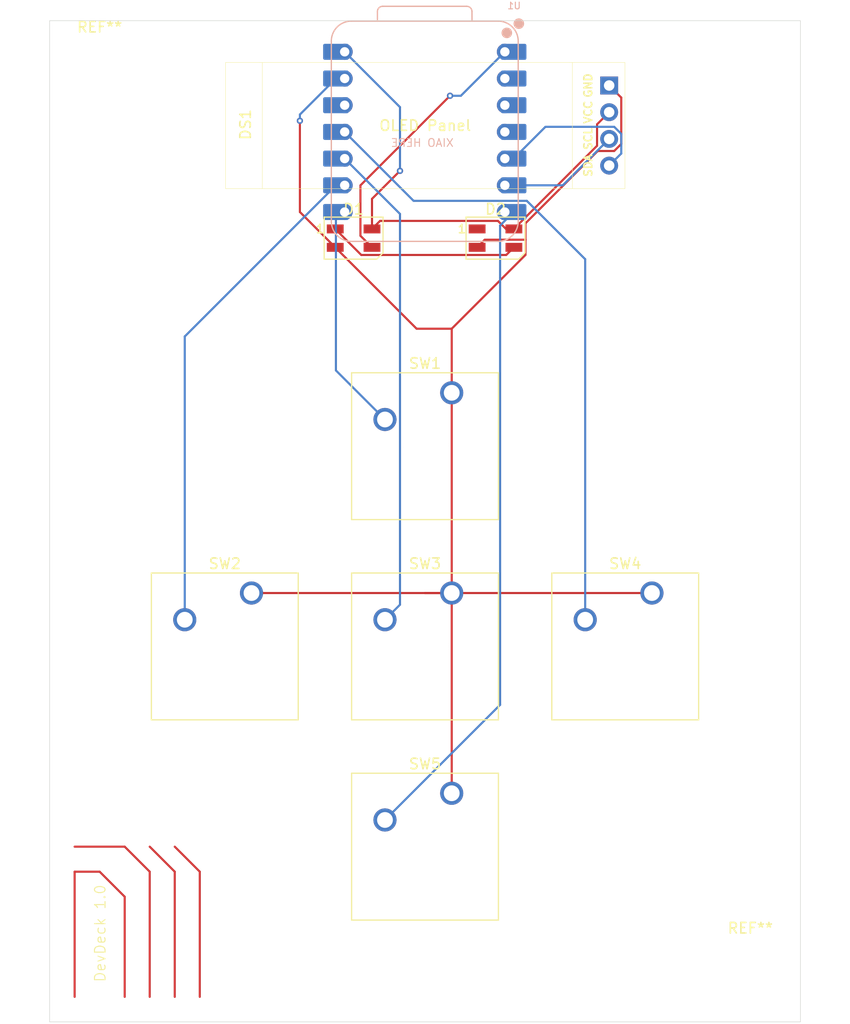
<source format=kicad_pcb>
(kicad_pcb (version 20241229) (generator "pcbnew") (generator_version "9.0")
  (layers (0 "F.Cu" signal) (2 "B.Cu" signal) (13 "F.Paste" user) (15 "B.Paste" user) (5 "F.SilkS" user "F.Silkscreen") (7 "B.SilkS" user "B.Silkscreen") (1 "F.Mask" user) (3 "B.Mask" user) (25 "Edge.Cuts" user))
  (net 0 "")
  (net 1 "GND")
  (net 2 "+5V")
  (net 3 "Net-(D1-DOUT)")
  (net 4 "Net-(D1-DIN)")
  (net 6 "Net-(DS1-DOUT)")
  (net 7 "Net-(DS1-VDD)")
  (net 8 "Net-(U1-GPIO1{slash}RX)")
  (net 9 "Net-(U1-GPIO2{slash}SCK)")
  (net 10 "Net-(U1-GPIO4{slash}MISO)")
  (net 11 "Net-(U1-GPIO3{slash}MOSI)")
  (net 12 "Net-(U1-GPIO0{slash}TX)")
  (footprint "DISPLAY!!!!:SSD1306-0.91-OLED-4pin-128x32" (layer "F.Cu") (at 64.365 75.415)
    (property "Reference" "DS1" (at 1.9 5.91 90) (layer "F.SilkS"))
    (property "Value" "SSD1306")
    (fp_line (start 0 0) (end 0 12) (stroke (width 0.04)) (layer "F.SilkS"))
    (fp_line (start 0 12) (end 38 12) (stroke (width 0.04)) (layer "F.SilkS"))
    (fp_line (start 3.5 0) (end 3.5 12) (stroke (width 0.04)) (layer "F.SilkS"))
    (fp_line (start 33 0) (end 33 12) (stroke (width 0.04)) (layer "F.SilkS"))
    (fp_line (start 38 0) (end 0 0) (stroke (width 0.04)) (layer "F.SilkS"))
    (fp_line (start 38 12) (end 38 0) (stroke (width 0.04)) (layer "F.SilkS"))
    (fp_text user "SCL" (at 34.5 7.27 270) (layer "F.SilkS") (effects (font (size 0.75 0.75))))
    (fp_text user "VCC" (at 34.5 4.73 270) (layer "F.SilkS") (effects (font (size 0.75 0.75))))
    (fp_text user "GND" (at 34.5 2.19 270) (layer "F.SilkS") (effects (font (size 0.75 0.75))))
    (fp_text user "SDA" (at 34.5 9.81 270) (layer "F.SilkS") (effects (font (size 0.75 0.75))))
    (fp_text user "OLED Panel" (at 19 6 0) (layer "F.SilkS"))
    (pad "1" thru_hole rect (at 36.5 2.19) (size 1.7 1.7) (drill 1) (layers "*.Cu" "*.Mask") (net 1 "GND"))
    (pad "2" thru_hole oval (at 36.5 4.73) (size 1.7 1.7) (drill 1) (layers "*.Cu" "*.Mask") (net 2 "+5V"))
    (pad "3" thru_hole oval (at 36.5 7.27) (size 1.7 1.7) (drill 1) (layers "*.Cu" "*.Mask") (net 7 "Net-(DS1-VDD)"))
    (pad "4" thru_hole oval (at 36.5 9.81) (size 1.7 1.7) (drill 1) (layers "*.Cu" "*.Mask") (net 6 "Net-(DS1-DOUT)"))
  )
  (footprint "Button_Switch_Keyboard:SW_Cherry_MX_1.00u_PCB" (layer "F.Cu") (at 85.88375 125.88875)
    (property "Reference" "SW3" (at -2.54 -2.794 0) (layer "F.SilkS"))
    (property "Value" "SW_Push")
    (fp_line (start -9.525 -1.905) (end 4.445 -1.905) (stroke (width 0.12)) (layer "F.SilkS"))
    (fp_line (start -9.525 12.065) (end -9.525 -1.905) (stroke (width 0.12)) (layer "F.SilkS"))
    (fp_line (start 4.445 -1.905) (end 4.445 12.065) (stroke (width 0.12)) (layer "F.SilkS"))
    (fp_line (start 4.445 12.065) (end -9.525 12.065) (stroke (width 0.12)) (layer "F.SilkS"))
    (pad "" np_thru_hole circle (at -7.62 5.08) (size 1.7 1.7) (drill 1.7) (layers "*.Cu" "*.Mask"))
    (pad "" np_thru_hole circle (at -2.54 5.08) (size 4 4) (drill 4) (layers "*.Cu" "*.Mask"))
    (pad "" np_thru_hole circle (at 2.54 5.08) (size 1.7 1.7) (drill 1.7) (layers "*.Cu" "*.Mask"))
    (pad "1" thru_hole circle (at 0 0) (size 2.2 2.2) (drill 1.5) (layers "*.Cu" "*.Mask") (net 1 "GND"))
    (pad "2" thru_hole circle (at -6.35 2.54) (size 2.2 2.2) (drill 1.5) (layers "*.Cu" "*.Mask") (net 10 "Net-(U1-GPIO4{slash}MISO)"))
  )
  (footprint "LED_SMD:LED_SK6812MINI_PLCC4_3.5x3.5mm_P1.75mm" (layer "F.Cu") (at 90.05 92.125)
    (property "Reference" "D2" (at 0 -2.75 0) (layer "F.SilkS"))
    (property "Value" "SK6812MINI")
    (fp_line (start -2.8 -2) (end -2.8 2) (stroke (width 0.12)) (layer "F.SilkS"))
    (fp_line (start -2.8 -2) (end 2.8 -2) (stroke (width 0.12)) (layer "F.SilkS"))
    (fp_line (start -2.8 2) (end 2.2 2) (stroke (width 0.12)) (layer "F.SilkS"))
    (fp_line (start 2.8 1.4) (end 2.2 2) (stroke (width 0.12)) (layer "F.SilkS"))
    (fp_line (start 2.8 1.4) (end 2.8 -2) (stroke (width 0.12)) (layer "F.SilkS"))
    (fp_text user "1" (at -3.2 -0.875 0) (layer "F.SilkS") (effects (font (size 0.8 0.8))))
    (pad "1" smd rect (at -1.75 -0.875) (size 1.6 0.85) (layers "F.Cu" "F.Mask" "F.Paste"))
    (pad "2" smd rect (at -1.75 0.875) (size 1.6 0.85) (layers "F.Cu" "F.Mask" "F.Paste") (net 1 "GND"))
    (pad "3" smd rect (at 1.75 0.875) (size 1.6 0.85) (layers "F.Cu" "F.Mask" "F.Paste") (net 3 "Net-(D1-DOUT)"))
    (pad "4" smd rect (at 1.75 -0.875) (size 1.6 0.85) (layers "F.Cu" "F.Mask" "F.Paste") (net 2 "+5V"))
  )
  (footprint "Button_Switch_Keyboard:SW_Cherry_MX_1.00u_PCB" (layer "F.Cu") (at 85.88375 106.83875)
    (property "Reference" "SW1" (at -2.54 -2.794 0) (layer "F.SilkS"))
    (property "Value" "SW_Push")
    (fp_line (start -9.525 -1.905) (end 4.445 -1.905) (stroke (width 0.12)) (layer "F.SilkS"))
    (fp_line (start -9.525 12.065) (end -9.525 -1.905) (stroke (width 0.12)) (layer "F.SilkS"))
    (fp_line (start 4.445 -1.905) (end 4.445 12.065) (stroke (width 0.12)) (layer "F.SilkS"))
    (fp_line (start 4.445 12.065) (end -9.525 12.065) (stroke (width 0.12)) (layer "F.SilkS"))
    (pad "" np_thru_hole circle (at -7.62 5.08) (size 1.7 1.7) (drill 1.7) (layers "*.Cu" "*.Mask"))
    (pad "" np_thru_hole circle (at -2.54 5.08) (size 4 4) (drill 4) (layers "*.Cu" "*.Mask"))
    (pad "" np_thru_hole circle (at 2.54 5.08) (size 1.7 1.7) (drill 1.7) (layers "*.Cu" "*.Mask"))
    (pad "1" thru_hole circle (at 0 0) (size 2.2 2.2) (drill 1.5) (layers "*.Cu" "*.Mask") (net 1 "GND"))
    (pad "2" thru_hole circle (at -6.35 2.54) (size 2.2 2.2) (drill 1.5) (layers "*.Cu" "*.Mask") (net 8 "Net-(U1-GPIO1{slash}RX)"))
  )
  (footprint "Button_Switch_Keyboard:SW_Cherry_MX_1.00u_PCB" (layer "F.Cu") (at 104.93375 125.88875)
    (property "Reference" "SW4" (at -2.54 -2.794 0) (layer "F.SilkS"))
    (property "Value" "SW_Push")
    (fp_line (start -9.525 -1.905) (end 4.445 -1.905) (stroke (width 0.12)) (layer "F.SilkS"))
    (fp_line (start -9.525 12.065) (end -9.525 -1.905) (stroke (width 0.12)) (layer "F.SilkS"))
    (fp_line (start 4.445 -1.905) (end 4.445 12.065) (stroke (width 0.12)) (layer "F.SilkS"))
    (fp_line (start 4.445 12.065) (end -9.525 12.065) (stroke (width 0.12)) (layer "F.SilkS"))
    (pad "" np_thru_hole circle (at -7.62 5.08) (size 1.7 1.7) (drill 1.7) (layers "*.Cu" "*.Mask"))
    (pad "" np_thru_hole circle (at -2.54 5.08) (size 4 4) (drill 4) (layers "*.Cu" "*.Mask"))
    (pad "" np_thru_hole circle (at 2.54 5.08) (size 1.7 1.7) (drill 1.7) (layers "*.Cu" "*.Mask"))
    (pad "1" thru_hole circle (at 0 0) (size 2.2 2.2) (drill 1.5) (layers "*.Cu" "*.Mask") (net 1 "GND"))
    (pad "2" thru_hole circle (at -6.35 2.54) (size 2.2 2.2) (drill 1.5) (layers "*.Cu" "*.Mask") (net 11 "Net-(U1-GPIO3{slash}MOSI)"))
  )
  (footprint "MountingHole:MountingHole_3.2mm_M3" (layer "F.Cu") (at 114.3 161.925)
    (property "Reference" "REF**" (at 0 -4.15 0) (layer "F.SilkS"))
    (property "Value" "MountingHole_3.2mm_M3")
    (pad "" np_thru_hole circle (at 0 0) (size 3.2 3.2) (drill 3.2) (layers "*.Cu" "*.Mask"))
  )
  (footprint "Button_Switch_Keyboard:SW_Cherry_MX_1.00u_PCB" (layer "F.Cu") (at 85.88375 144.93875)
    (property "Reference" "SW5" (at -2.54 -2.794 0) (layer "F.SilkS"))
    (property "Value" "SW_Push")
    (fp_line (start -9.525 -1.905) (end 4.445 -1.905) (stroke (width 0.12)) (layer "F.SilkS"))
    (fp_line (start -9.525 12.065) (end -9.525 -1.905) (stroke (width 0.12)) (layer "F.SilkS"))
    (fp_line (start 4.445 -1.905) (end 4.445 12.065) (stroke (width 0.12)) (layer "F.SilkS"))
    (fp_line (start 4.445 12.065) (end -9.525 12.065) (stroke (width 0.12)) (layer "F.SilkS"))
    (pad "" np_thru_hole circle (at -7.62 5.08) (size 1.7 1.7) (drill 1.7) (layers "*.Cu" "*.Mask"))
    (pad "" np_thru_hole circle (at -2.54 5.08) (size 4 4) (drill 4) (layers "*.Cu" "*.Mask"))
    (pad "" np_thru_hole circle (at 2.54 5.08) (size 1.7 1.7) (drill 1.7) (layers "*.Cu" "*.Mask"))
    (pad "1" thru_hole circle (at 0 0) (size 2.2 2.2) (drill 1.5) (layers "*.Cu" "*.Mask") (net 1 "GND"))
    (pad "2" thru_hole circle (at -6.35 2.54) (size 2.2 2.2) (drill 1.5) (layers "*.Cu" "*.Mask") (net 12 "Net-(U1-GPIO0{slash}TX)"))
  )
  (footprint "LED_SMD:LED_SK6812MINI_PLCC4_3.5x3.5mm_P1.75mm" (layer "F.Cu") (at 76.55 92.125)
    (property "Reference" "D1" (at 0 -2.75 0) (layer "F.SilkS"))
    (property "Value" "SK6812MINI")
    (fp_line (start -2.8 -2) (end -2.8 2) (stroke (width 0.12)) (layer "F.SilkS"))
    (fp_line (start -2.8 -2) (end 2.8 -2) (stroke (width 0.12)) (layer "F.SilkS"))
    (fp_line (start -2.8 2) (end 2.2 2) (stroke (width 0.12)) (layer "F.SilkS"))
    (fp_line (start 2.8 1.4) (end 2.2 2) (stroke (width 0.12)) (layer "F.SilkS"))
    (fp_line (start 2.8 1.4) (end 2.8 -2) (stroke (width 0.12)) (layer "F.SilkS"))
    (fp_text user "1" (at -3.2 -0.875 0) (layer "F.SilkS") (effects (font (size 0.8 0.8))))
    (pad "1" smd rect (at -1.75 -0.875) (size 1.6 0.85) (layers "F.Cu" "F.Mask" "F.Paste") (net 3 "Net-(D1-DOUT)"))
    (pad "2" smd rect (at -1.75 0.875) (size 1.6 0.85) (layers "F.Cu" "F.Mask" "F.Paste") (net 1 "GND"))
    (pad "3" smd rect (at 1.75 0.875) (size 1.6 0.85) (layers "F.Cu" "F.Mask" "F.Paste") (net 4 "Net-(D1-DIN)"))
    (pad "4" smd rect (at 1.75 -0.875) (size 1.6 0.85) (layers "F.Cu" "F.Mask" "F.Paste") (net 2 "+5V"))
  )
  (footprint "MountingHole:MountingHole_3.2mm_M3" (layer "F.Cu") (at 52.3875 76.2)
    (property "Reference" "REF**" (at 0 -4.15 0) (layer "F.SilkS"))
    (property "Value" "MountingHole_3.2mm_M3")
    (pad "" np_thru_hole circle (at 0 0) (size 3.2 3.2) (drill 3.2) (layers "*.Cu" "*.Mask"))
  )
  (footprint "Button_Switch_Keyboard:SW_Cherry_MX_1.00u_PCB" (layer "F.Cu") (at 66.83375 125.88875)
    (property "Reference" "SW2" (at -2.54 -2.794 0) (layer "F.SilkS"))
    (property "Value" "SW_Push")
    (fp_line (start -9.525 -1.905) (end 4.445 -1.905) (stroke (width 0.12)) (layer "F.SilkS"))
    (fp_line (start -9.525 12.065) (end -9.525 -1.905) (stroke (width 0.12)) (layer "F.SilkS"))
    (fp_line (start 4.445 -1.905) (end 4.445 12.065) (stroke (width 0.12)) (layer "F.SilkS"))
    (fp_line (start 4.445 12.065) (end -9.525 12.065) (stroke (width 0.12)) (layer "F.SilkS"))
    (pad "" np_thru_hole circle (at -7.62 5.08) (size 1.7 1.7) (drill 1.7) (layers "*.Cu" "*.Mask"))
    (pad "" np_thru_hole circle (at -2.54 5.08) (size 4 4) (drill 4) (layers "*.Cu" "*.Mask"))
    (pad "" np_thru_hole circle (at 2.54 5.08) (size 1.7 1.7) (drill 1.7) (layers "*.Cu" "*.Mask"))
    (pad "1" thru_hole circle (at 0 0) (size 2.2 2.2) (drill 1.5) (layers "*.Cu" "*.Mask") (net 1 "GND"))
    (pad "2" thru_hole circle (at -6.35 2.54) (size 2.2 2.2) (drill 1.5) (layers "*.Cu" "*.Mask") (net 9 "Net-(U1-GPIO2{slash}SCK)"))
  )
  (footprint "OPL:XIAO-RP2040-DIP" (layer "B.Cu") (at 83.32 82.02 180)
    (property "Reference" "U1" (at -8.5 12 0) (layer "B.SilkS") (effects (font (size 0.635 0.635) (thickness 0.1016)) (justify mirror)))
    (property "Value" "XIAO-RP2040-DIP")
    (fp_line (start 8.89 -8.509) (end 8.89 8.636) (stroke (width 0.127)) (layer "B.SilkS"))
    (fp_line (start 6.985 10.541) (end -6.985 10.541) (stroke (width 0.1)) (layer "B.SilkS"))
    (fp_line (start 6.985 10.541) (end -6.985 10.541) (stroke (width 0.127)) (layer "B.SilkS"))
    (fp_line (start 4.504 11.451) (end 4.504 10.541) (stroke (width 0.127)) (layer "B.SilkS"))
    (fp_line (start -3.991272 11.951) (end 4.004 11.951) (stroke (width 0.127)) (layer "B.SilkS"))
    (fp_line (start -4.495 10.541) (end -4.491272 11.451272) (stroke (width 0.127)) (layer "B.SilkS"))
    (fp_line (start -6.985 -10.414) (end 6.985 -10.414) (stroke (width 0.127)) (layer "B.SilkS"))
    (fp_line (start -8.89 -8.509) (end -8.89 8.636) (stroke (width 0.127)) (layer "B.SilkS"))
    (fp_arc (start 8.89 8.636) (mid 8.332038 9.983038) (end 6.985 10.541) (stroke (width 0.127)) (layer "B.SilkS"))
    (fp_arc (start 6.985 -10.414) (mid 8.332038 -9.856038) (end 8.89 -8.509) (stroke (width 0.127)) (layer "B.SilkS"))
    (fp_arc (start 4.504 11.451) (mid 4.357553 11.804553) (end 4.004 11.951) (stroke (width 0.127)) (layer "B.SilkS"))
    (fp_arc (start -3.991272 11.951) (mid -4.344724 11.804644) (end -4.491272 11.451272) (stroke (width 0.127)) (layer "B.SilkS"))
    (fp_arc (start -6.985 10.541) (mid -8.332038 9.983038) (end -8.89 8.636) (stroke (width 0.127)) (layer "B.SilkS"))
    (fp_arc (start -8.89 -8.509) (mid -8.332038 -9.856038) (end -6.985 -10.414) (stroke (width 0.127)) (layer "B.SilkS"))
    (fp_circle (center -7.807 9.42) (end -7.807 9.674) (stroke (width 0.5)) (fill yes) (layer "B.SilkS"))
    (fp_circle (center -8.95 10.3) (end -8.95 10.554) (stroke (width 0.5)) (fill yes) (layer "B.SilkS"))
    (pad "1" smd roundrect (at -8.455 7.62) (size 2.432 1.524) (layers "B.Cu" "B.Mask") (roundrect_rratio 0.1) (net 4 "Net-(D1-DIN)"))
    (pad "1" thru_hole circle (at -7.62 7.62) (size 1.524 1.524) (drill 0.889) (layers "*.Cu" "*.Mask") (net 4 "Net-(D1-DIN)"))
    (pad "2" smd roundrect (at -8.455 5.08) (size 2.432 1.524) (layers "B.Cu" "B.Mask") (roundrect_rratio 0.1))
    (pad "2" thru_hole circle (at -7.62 5.08) (size 1.524 1.524) (drill 0.889) (layers "*.Cu" "*.Mask"))
    (pad "3" smd roundrect (at -8.455 2.54) (size 2.432 1.524) (layers "B.Cu" "B.Mask") (roundrect_rratio 0.1))
    (pad "3" thru_hole circle (at -7.62 2.54) (size 1.524 1.524) (drill 0.889) (layers "*.Cu" "*.Mask"))
    (pad "4" smd roundrect (at -8.455 0) (size 2.432 1.524) (layers "B.Cu" "B.Mask") (roundrect_rratio 0.1))
    (pad "4" thru_hole circle (at -7.62 0) (size 1.524 1.524) (drill 0.889) (layers "*.Cu" "*.Mask"))
    (pad "5" smd roundrect (at -8.455 -2.54) (size 2.432 1.524) (layers "B.Cu" "B.Mask") (roundrect_rratio 0.1) (net 6 "Net-(DS1-DOUT)"))
    (pad "5" thru_hole circle (at -7.62 -2.54) (size 1.524 1.524) (drill 0.889) (layers "*.Cu" "*.Mask") (net 6 "Net-(DS1-DOUT)"))
    (pad "6" smd roundrect (at -8.455 -5.08) (size 2.432 1.524) (layers "B.Cu" "B.Mask") (roundrect_rratio 0.1) (net 7 "Net-(DS1-VDD)"))
    (pad "6" thru_hole circle (at -7.62 -5.08) (size 1.524 1.524) (drill 0.889) (layers "*.Cu" "*.Mask") (net 7 "Net-(DS1-VDD)"))
    (pad "7" smd roundrect (at -8.455 -7.62) (size 2.432 1.524) (layers "B.Cu" "B.Mask") (roundrect_rratio 0.1) (net 12 "Net-(U1-GPIO0{slash}TX)"))
    (pad "7" thru_hole circle (at -7.62 -7.62) (size 1.524 1.524) (drill 0.889) (layers "*.Cu" "*.Mask") (net 12 "Net-(U1-GPIO0{slash}TX)"))
    (pad "8" thru_hole circle (at 7.62 -7.62 180) (size 1.524 1.524) (drill 0.889) (layers "*.Cu" "*.Mask") (net 8 "Net-(U1-GPIO1{slash}RX)"))
    (pad "8" smd roundrect (at 8.455 -7.62 180) (size 2.432 1.524) (layers "B.Cu" "B.Mask") (roundrect_rratio 0.1) (net 8 "Net-(U1-GPIO1{slash}RX)"))
    (pad "9" thru_hole circle (at 7.62 -5.08 180) (size 1.524 1.524) (drill 0.889) (layers "*.Cu" "*.Mask") (net 9 "Net-(U1-GPIO2{slash}SCK)"))
    (pad "9" smd roundrect (at 8.455 -5.08 180) (size 2.432 1.524) (layers "B.Cu" "B.Mask") (roundrect_rratio 0.1) (net 9 "Net-(U1-GPIO2{slash}SCK)"))
    (pad "10" thru_hole circle (at 7.62 -2.54 180) (size 1.524 1.524) (drill 0.889) (layers "*.Cu" "*.Mask") (net 10 "Net-(U1-GPIO4{slash}MISO)"))
    (pad "10" smd roundrect (at 8.455 -2.54 180) (size 2.432 1.524) (layers "B.Cu" "B.Mask") (roundrect_rratio 0.1) (net 10 "Net-(U1-GPIO4{slash}MISO)"))
    (pad "11" thru_hole circle (at 7.62 0 180) (size 1.524 1.524) (drill 0.889) (layers "*.Cu" "*.Mask") (net 11 "Net-(U1-GPIO3{slash}MOSI)"))
    (pad "11" smd roundrect (at 8.455 0 180) (size 2.432 1.524) (layers "B.Cu" "B.Mask") (roundrect_rratio 0.1) (net 11 "Net-(U1-GPIO3{slash}MOSI)"))
    (pad "12" thru_hole circle (at 7.62 2.54 180) (size 1.524 1.524) (drill 0.889) (layers "*.Cu" "*.Mask"))
    (pad "12" smd roundrect (at 8.455 2.54 180) (size 2.432 1.524) (layers "B.Cu" "B.Mask") (roundrect_rratio 0.1))
    (pad "13" thru_hole circle (at 7.62 5.08 180) (size 1.524 1.524) (drill 0.889) (layers "*.Cu" "*.Mask") (net 1 "GND"))
    (pad "13" smd roundrect (at 8.455 5.08 180) (size 2.432 1.524) (layers "B.Cu" "B.Mask") (roundrect_rratio 0.1) (net 1 "GND"))
    (pad "14" thru_hole circle (at 7.62 7.62 180) (size 1.524 1.524) (drill 0.889) (layers "*.Cu" "*.Mask") (net 2 "+5V"))
    (pad "14" smd roundrect (at 8.455 7.62 180) (size 2.432 1.524) (layers "B.Cu" "B.Mask") (roundrect_rratio 0.1) (net 2 "+5V"))
  )
  (gr_line (start 59.53125 164.30625) (end 59.53125 152.4) (stroke (width 0.2)) (layer "F.Cu"))
  (gr_line (start 50.00625 152.4) (end 50.00625 164.30625) (stroke (width 0.2)) (layer "F.Cu"))
  (gr_line (start 54.76875 150.01875) (end 57.15 152.4) (stroke (width 0.2)) (layer "F.Cu"))
  (gr_line (start 50.00625 150.01875) (end 54.76875 150.01875) (stroke (width 0.2)) (layer "F.Cu"))
  (gr_line (start 54.76875 164.30625) (end 54.76875 154.78125) (stroke (width 0.2)) (layer "F.Cu"))
  (gr_line (start 57.15 152.4) (end 57.15 164.30625) (stroke (width 0.2)) (layer "F.Cu"))
  (gr_line (start 59.53125 152.4) (end 57.15 150.01875) (stroke (width 0.2)) (layer "F.Cu"))
  (gr_line (start 52.3875 152.4) (end 50.00625 152.4) (stroke (width 0.2)) (layer "F.Cu"))
  (gr_line (start 54.76875 154.78125) (end 52.3875 152.4) (stroke (width 0.2)) (layer "F.Cu"))
  (gr_line (start 61.9125 152.4) (end 59.53125 150.01875) (stroke (width 0.2)) (layer "F.Cu"))
  (gr_line (start 61.9125 164.30625) (end 61.9125 152.4) (stroke (width 0.2)) (layer "F.Cu"))
  (gr_rect (start 47.625 71.4375) (end 119.0625 166.6875) (stroke (width 0.05)) (fill no) (layer "Edge.Cuts"))
  (gr_text "DevDeck 1.0" (at 53.025 162.975 90) (layer "F.SilkS") (effects (font (size 1 1) (thickness 0.1)) (justify left bottom)))
  (gr_text "XIAO HERE" (at 86.125 83.5 0) (layer "B.SilkS") (effects (font (size 0.75 0.75) (thickness 0.09375)) (justify left bottom mirror)))
  (segment (start 92.901 90.7161) (end 92.901 92.274) (width 0.2) (layer "F.Cu") (net 1))
  (segment (start 85.88375 106.83875) (end 85.88375 100.74325) (width 0.2) (layer "F.Cu") (net 1))
  (segment (start 85.88375 125.88875) (end 85.88375 144.93875) (width 0.2) (layer "F.Cu") (net 1))
  (segment (start 100.865 77.605) (end 102.016 78.756) (width 0.2) (layer "F.Cu") (net 1))
  (segment (start 82.54325 100.74325) (end 85.88375 100.74325) (width 0.2) (layer "F.Cu") (net 1))
  (segment (start 66.83375 125.88875) (end 83.34375 125.88875) (width 0.2) (layer "F.Cu") (net 1))
  (segment (start 92.901 93.726) (end 92.901 92.274) (width 0.2) (layer "F.Cu") (net 1))
  (segment (start 71.4375 89.6375) (end 71.4375 80.9625) (width 0.2) (layer "F.Cu") (net 1))
  (segment (start 99.7811 83.836) (end 92.901 90.7161) (width 0.2) (layer "F.Cu") (net 1))
  (segment (start 85.88375 100.74325) (end 91.377 95.25) (width 0.2) (layer "F.Cu") (net 1))
  (segment (start 83.34375 125.88875) (end 85.88375 125.88875) (width 0.2) (layer "F.Cu") (net 1))
  (segment (start 74.8 93) (end 71.4375 89.6375) (width 0.2) (layer "F.Cu") (net 1))
  (segment (start 91.377 95.25) (end 92.901 93.726) (width 0.2) (layer "F.Cu") (net 1))
  (segment (start 74.8 93) (end 82.54325 100.74325) (width 0.2) (layer "F.Cu") (net 1))
  (segment (start 92.901 92.274) (end 89.026 92.274) (width 0.2) (layer "F.Cu") (net 1))
  (segment (start 85.88375 125.88875) (end 85.88375 106.83875) (width 0.2) (layer "F.Cu") (net 1))
  (segment (start 89.026 92.274) (end 88.3 93) (width 0.2) (layer "F.Cu") (net 1))
  (segment (start 102.016 78.756) (end 102.016 83.16176) (width 0.2) (layer "F.Cu") (net 1))
  (segment (start 102.016 83.16176) (end 101.34176 83.836) (width 0.2) (layer "F.Cu") (net 1))
  (segment (start 101.34176 83.836) (end 99.7811 83.836) (width 0.2) (layer "F.Cu") (net 1))
  (segment (start 83.34375 125.88875) (end 104.93375 125.88875) (width 0.2) (layer "F.Cu") (net 1))
  (via (at 71.4375 80.9625) (size 0.6) (drill 0.3) (layers "F.Cu" "B.Cu") (net 1))
  (segment (start 71.4375 80.9625) (end 71.4375 80.3675) (width 0.2) (layer "B.Cu") (net 1))
  (segment (start 74.865 76.94) (end 75.7 76.94) (width 0.2) (layer "B.Cu") (net 1))
  (segment (start 71.4375 80.3675) (end 74.865 76.94) (width 0.2) (layer "B.Cu") (net 1))
  (segment (start 79.0625 90.4875) (end 90.28419 90.4875) (width 0.2) (layer "F.Cu") (net 2))
  (segment (start 78.3 91.25) (end 79.0625 90.4875) (width 0.2) (layer "F.Cu") (net 2))
  (segment (start 91.04669 91.25) (end 91.8 91.25) (width 0.2) (layer "F.Cu") (net 2))
  (segment (start 90.28419 90.4875) (end 91.04669 91.25) (width 0.2) (layer "F.Cu") (net 2))
  (segment (start 78.3 88.3875) (end 80.9625 85.725) (width 0.2) (layer "F.Cu") (net 2))
  (segment (start 78.3 91.25) (end 78.3 88.3875) (width 0.2) (layer "F.Cu") (net 2))
  (segment (start 99.714 83.336) (end 91.8 91.25) (width 0.2) (layer "F.Cu") (net 2))
  (segment (start 100.865 80.145) (end 99.714 81.296) (width 0.2) (layer "F.Cu") (net 2))
  (segment (start 99.714 81.296) (end 99.714 83.336) (width 0.2) (layer "F.Cu") (net 2))
  (via (at 80.9625 85.725) (size 0.6) (drill 0.3) (layers "F.Cu" "B.Cu") (net 2))
  (segment (start 80.9625 85.725) (end 80.9625 79.6625) (width 0.2) (layer "B.Cu") (net 2))
  (segment (start 80.9625 79.6625) (end 75.7 74.4) (width 0.2) (layer "B.Cu") (net 2))
  (segment (start 74.8 91.25) (end 77.276 93.726) (width 0.2) (layer "F.Cu") (net 3))
  (segment (start 91.074 93.726) (end 91.8 93) (width 0.2) (layer "F.Cu") (net 3))
  (segment (start 77.276 93.726) (end 91.074 93.726) (width 0.2) (layer "F.Cu") (net 3))
  (segment (start 77.199 91.899) (end 77.199 87.10725) (width 0.2) (layer "F.Cu") (net 4))
  (segment (start 77.199 87.10725) (end 85.725 78.58125) (width 0.2) (layer "F.Cu") (net 4))
  (segment (start 78.3 93) (end 77.199 91.899) (width 0.2) (layer "F.Cu") (net 4))
  (via (at 85.725 78.58125) (size 0.6) (drill 0.3) (layers "F.Cu" "B.Cu") (net 4))
  (segment (start 85.725 78.58125) (end 86.75875 78.58125) (width 0.2) (layer "B.Cu") (net 4))
  (segment (start 86.75875 78.58125) (end 90.94 74.4) (width 0.2) (layer "B.Cu") (net 4))
  (segment (start 94.801 81.534) (end 91.775 84.56) (width 0.2) (layer "B.Cu") (net 6))
  (segment (start 100.865 85.225) (end 102.016 84.074) (width 0.2) (layer "B.Cu") (net 6))
  (segment (start 102.016 84.074) (end 102.016 82.20824) (width 0.2) (layer "B.Cu") (net 6))
  (segment (start 101.34176 81.534) (end 94.801 81.534) (width 0.2) (layer "B.Cu") (net 6))
  (segment (start 102.016 82.20824) (end 101.34176 81.534) (width 0.2) (layer "B.Cu") (net 6))
  (segment (start 96.45 87.1) (end 91.775 87.1) (width 0.2) (layer "B.Cu") (net 7))
  (segment (start 100.865 82.685) (end 96.45 87.1) (width 0.2) (layer "B.Cu") (net 7))
  (segment (start 79.53375 109.37875) (end 74.865 104.71) (width 0.2) (layer "B.Cu") (net 8))
  (segment (start 74.865 104.71) (end 74.865 89.64) (width 0.2) (layer "B.Cu") (net 8))
  (segment (start 60.48375 101.48125) (end 74.865 87.1) (width 0.2) (layer "B.Cu") (net 9))
  (segment (start 60.48375 128.42875) (end 60.48375 101.48125) (width 0.2) (layer "B.Cu") (net 9))
  (segment (start 80.9625 127) (end 80.9625 89.8225) (width 0.2) (layer "B.Cu") (net 10))
  (segment (start 79.53375 128.42875) (end 80.9625 127) (width 0.2) (layer "B.Cu") (net 10))
  (segment (start 80.9625 89.8225) (end 75.7 84.56) (width 0.2) (layer "B.Cu") (net 10))
  (segment (start 98.58375 128.42875) (end 98.58375 94.130124) (width 0.2) (layer "B.Cu") (net 11))
  (segment (start 82.257 88.577) (end 75.7 82.02) (width 0.2) (layer "B.Cu") (net 11))
  (segment (start 93.030626 88.577) (end 82.257 88.577) (width 0.2) (layer "B.Cu") (net 11))
  (segment (start 98.58375 94.130124) (end 93.030626 88.577) (width 0.2) (layer "B.Cu") (net 11))
  (segment (start 90.4875 90.9275) (end 91.775 89.64) (width 0.2) (layer "B.Cu") (net 12))
  (segment (start 90.4875 136.525) (end 90.4875 90.9275) (width 0.2) (layer "B.Cu") (net 12))
  (segment (start 79.53375 147.47875) (end 90.4875 136.525) (width 0.2) (layer "B.Cu") (net 12))
)
</source>
